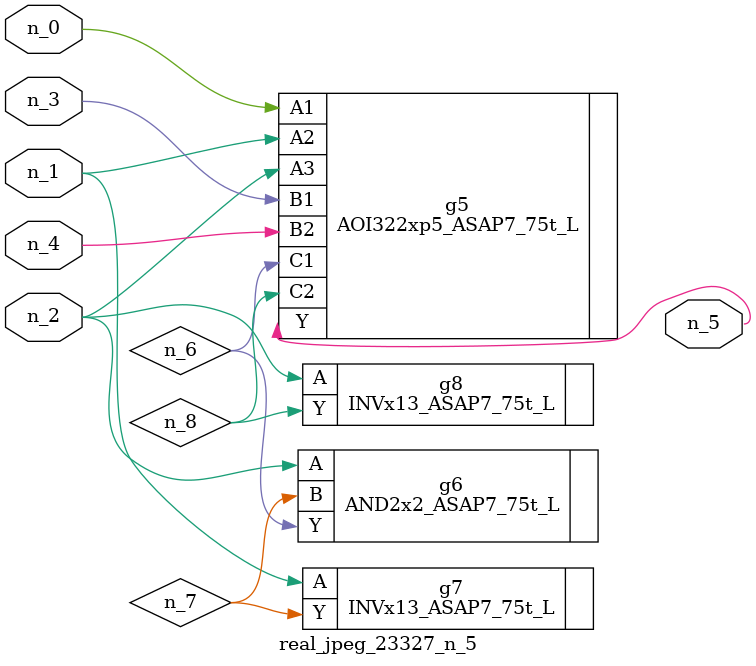
<source format=v>
module real_jpeg_23327_n_5 (n_4, n_0, n_1, n_2, n_3, n_5);

input n_4;
input n_0;
input n_1;
input n_2;
input n_3;

output n_5;

wire n_8;
wire n_6;
wire n_7;

AOI322xp5_ASAP7_75t_L g5 ( 
.A1(n_0),
.A2(n_1),
.A3(n_2),
.B1(n_3),
.B2(n_4),
.C1(n_6),
.C2(n_8),
.Y(n_5)
);

INVx13_ASAP7_75t_L g7 ( 
.A(n_1),
.Y(n_7)
);

AND2x2_ASAP7_75t_L g6 ( 
.A(n_2),
.B(n_7),
.Y(n_6)
);

INVx13_ASAP7_75t_L g8 ( 
.A(n_2),
.Y(n_8)
);


endmodule
</source>
